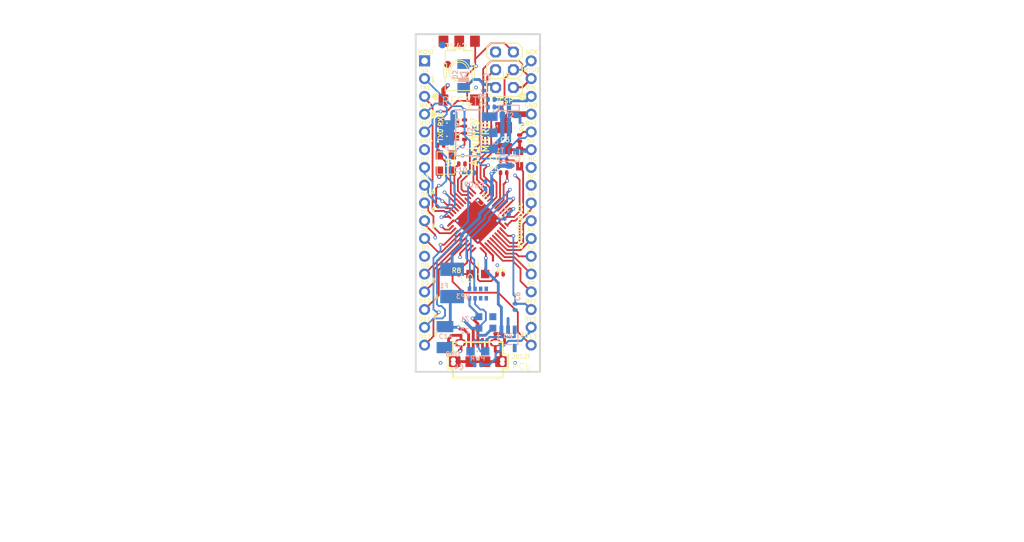
<source format=kicad_pcb>
(kicad_pcb (version 20211014) (generator pcbnew)
  (layers (0 "F.Cu" signal) (1 "In1.Cu" signal) (2 "In2.Cu" signal) (31 "B.Cu" signal) (34 "B.Paste" user) (35 "F.Paste" user) (36 "B.SilkS" user "B.Silkscreen") (37 "F.SilkS" user "F.Silkscreen") (38 "B.Mask" user) (39 "F.Mask" user) (44 "Edge.Cuts" user))
  (net 0 "")
  (net 1 "IO13*")
  (net 2 "D2/SDA")
  (net 3 "D3/SCL")
  (net 4 "RESET")
  (net 5 "D1/TX")
  (net 6 "IO11*")
  (net 7 "IO9*")
  (net 8 "IO10*")
  (net 9 "A3")
  (net 10 "A2")
  (net 11 "A1")
  (net 12 "A0")
  (net 13 "A4")
  (net 14 "A5")
  (net 15 "D4*")
  (net 16 "AREF")
  (net 17 "+5V")
  (net 18 "VIN")
  (net 19 "3V3")
  (net 20 "D0/RX")
  (net 21 "VUSB")
  (net 22 "XTAL2")
  (net 23 "XTAL1")
  (net 24 "N$7")
  (net 25 "GND")
  (net 26 "D-")
  (net 27 "D+")
  (net 28 "RD-")
  (net 29 "RD+")
  (net 30 "TXLED")
  (net 31 "MISO")
  (net 32 "SCK")
  (net 33 "MOSI")
  (net 34 "D6*")
  (net 35 "HWB")
  (net 36 "IO8")
  (net 37 "D7")
  (net 38 "AVCC")
  (net 39 "UCAP")
  (net 40 "RXLED/SS")
  (net 41 "N$2")
  (net 42 "N$4")
  (net 43 "N$3")
  (net 44 "VUSBD")
  (net 45 "D5*")
  (net 46 "IO12*")
  (net 47 "+VIN")
  (footprint "Micro_Rev1j:CHIPLED_0805" (layer "F.Cu") (at 148.5011 115.1636 -90)
    (fp_text reference "L0")
    (fp_text value "green")
  )
  (footprint "Micro_Rev1j:2X03" (layer "F.Cu") (at 152.3111 85.9536 90)
    (fp_text reference "J4")
    (fp_text value "3x2M")
  )
  (footprint "Micro_Rev1j:QFN44ML7X7" (layer "F.Cu") (at 148.5011 107.5436 -135)
    (fp_text reference "U1")
    (fp_text value "ATMEGA32U4-XUMU")
  )
  (footprint "Micro_Rev1j:C0402" (layer "F.Cu") (at 143.1671 96.7486 180)
    (fp_text reference "C13")
    (fp_text value "22pF")
  )
  (footprint "Micro_Rev1j:CHIPLED_0805" (layer "F.Cu") (at 144.1831 93.5736 90)
    (fp_text reference "RX0")
    (fp_text value "yellow")
  )
  (footprint "" (layer "F.Cu") (at 156.1211 127.8636)
    (fp_text reference "@HOLE1" hide)
    (fp_text value "")
  )
  (footprint "Micro_Rev1j:R0402" (layer "F.Cu") (at 146.5961 93.5736 -90)
    (fp_text reference "R7")
    (fp_text value "1K")
  )
  (footprint "Micro_Rev1j:R0402" (layer "F.Cu") (at 154.4701 95.7326 90)
    (fp_text reference "R1")
    (fp_text value "10K")
  )
  (footprint "Micro_Rev1j:C0402" (layer "F.Cu") (at 152.1841 98.9076 180)
    (fp_text reference "C7")
    (fp_text value "1uF")
  )
  (footprint "Micro_Rev1j:R0402" (layer "F.Cu") (at 146.5961 95.4786 90)
    (fp_text reference "R6")
    (fp_text value "1K")
  )
  (footprint "Micro_Rev1j:R0402" (layer "F.Cu") (at 151.6761 115.1636)
    (fp_text reference "R4")
    (fp_text value "10K")
  )
  (footprint "Micro_Rev1j:CON2_USB_MICRO_B_AT" (layer "F.Cu") (at 148.5011 127.6858)
    (fp_text reference "J3" hide)
    (fp_text value "USB-MICRO!!!" hide)
  )
  (footprint "Micro_Rev1j:FRAME" (layer "F.Cu") (at 80.4291 135.4836)
    (fp_text reference "FRAME1" hide)
    (fp_text value "DNP" hide)
  )
  (footprint "Micro_Rev1j:TS42" (layer "F.Cu") (at 145.8341 86.0806 -90)
    (fp_text reference "RESET0")
    (fp_text value "TS42")
  )
  (footprint "Micro_Rev1j:CHIPLED_0805" (layer "F.Cu") (at 144.1831 95.4786 90)
    (fp_text reference "TX0")
    (fp_text value "yellow")
  )
  (footprint "Micro_Rev1j:FIDUCIA-MOUNT" (layer "F.Cu") (at 144.1831 85.1916)
    (fp_text reference "U$37" hide)
    (fp_text value "FIDUCIALMOUNT" hide)
  )
  (footprint "Micro_Rev1j:R0402" (layer "F.Cu") (at 145.3261 115.1636)
    (fp_text reference "R8")
    (fp_text value "1K")
  )
  (footprint "Micro_Rev1j:HEAD17-NOSS-1" (layer "F.Cu") (at 156.1211 84.6836 -90)
    (fp_text reference "J6")
    (fp_text value "HEAD17-NOSS-1")
  )
  (footprint "Micro_Rev1j:C0402" (layer "F.Cu") (at 152.1841 100.6856)
    (fp_text reference "C5")
    (fp_text value "1uF")
  )
  (footprint "Micro_Rev1j:CRYSTAL-3.2-2.5" (layer "F.Cu") (at 143.9291 99.2886 90)
    (fp_text reference "Y3")
    (fp_text value "16MHz KX-7")
  )
  (footprint "Micro_Rev1j:C0402" (layer "F.Cu") (at 146.2151 99.4156 180)
    (fp_text reference "C12")
    (fp_text value "22pF")
  )
  (footprint "Micro_Rev1j:SMC_B" (layer "F.Cu") (at 152.1841 95.7326 90)
    (fp_text reference "C3")
    (fp_text value "22u")
  )
  (footprint "" (layer "F.Cu") (at 156.1211 82.1436)
    (fp_text reference "@HOLE3" hide)
    (fp_text value "")
  )
  (footprint "Micro_Rev1j:HEAD17-NOSS" (layer "F.Cu") (at 140.8811 84.6836 -90)
    (fp_text reference "J5")
    (fp_text value "HEAD17-NOSS")
  )
  (footprint "" (layer "F.Cu") (at 140.8811 127.8636)
    (fp_text reference "@HOLE0" hide)
    (fp_text value "")
  )
  (footprint "Micro_Rev1j:0805" (layer "F.Cu") (at 154.4701 98.6536 -90)
    (fp_text reference "L2")
    (fp_text value "MH2029-300Y")
  )
  (footprint "" (layer "F.Cu") (at 140.8811 82.1436)
    (fp_text reference "@HOLE2" hide)
    (fp_text value "")
  )
  (footprint "Micro_Rev1j:SMC_B" (layer "B.Cu") (at 143.8021 124.1806 -90)
    (fp_text reference "C14")
    (fp_text value "22u")
  )
  (footprint "Micro_Rev1j:C0402" (layer "B.Cu") (at 150.0251 101.9556 180)
    (fp_text reference "C9")
    (fp_text value "100n")
  )
  (footprint "Micro_Rev1j:R0402" (layer "B.Cu") (at 148.5011 124.8156 180)
    (fp_text reference "R5")
    (fp_text value "1K")
  )
  (footprint "Micro_Rev1j:C0402" (layer "B.Cu") (at 149.3901 88.4936 -90)
    (fp_text reference "C2")
    (fp_text value "100n")
  )
  (footprint "Micro_Rev1j:SOT-23" (layer "B.Cu") (at 152.9461 91.4146)
    (fp_text reference "T2")
    (fp_text value "PMV48XP")
  )
  (footprint "Micro_Rev1j:SOT23-DBV" (layer "B.Cu") (at 152.8191 124.4346)
    (fp_text reference "U4")
    (fp_text value "LP2985-33DBVR")
  )
  (footprint "Micro_Rev1j:SOT223" (layer "B.Cu") (at 147.1041 94.9706 -90)
    (fp_text reference "U2")
    (fp_text value "NCP1117-5")
  )
  (footprint "Micro_Rev1j:CAY16" (layer "B.Cu") (at 148.5011 117.9576)
    (fp_text reference "RP3")
    (fp_text value "22R")
  )
  (footprint "Micro_Rev1j:C0402" (layer "B.Cu") (at 153.8351 119.8626 -90)
    (fp_text reference "C6")
    (fp_text value "100n")
  )
  (footprint "Micro_Rev1j:C0402" (layer "B.Cu") (at 152.5651 106.9086 -135)
    (fp_text reference "C11")
    (fp_text value "100n")
  )
  (footprint "Micro_Rev1j:C0402" (layer "B.Cu") (at 150.4061 91.2876 180)
    (fp_text reference "C1")
    (fp_text value "100n")
  )
  (footprint "Micro_Rev1j:R0402" (layer "B.Cu") (at 150.4061 90.1954)
    (fp_text reference "R9")
    (fp_text value "10K")
  )
  (footprint "Micro_Rev1j:SOT-23" (layer "B.Cu") (at 153.0096 98.6536 180)
    (fp_text reference "T1")
    (fp_text value "FDN340P/PMV48XP")
  )
  (footprint "Micro_Rev1j:C0402" (layer "B.Cu") (at 147.5486 100.6856)
    (fp_text reference "C10")
    (fp_text value "100n")
  )
  (footprint "Micro_Rev1j:CT_CN0603" (layer "B.Cu") (at 149.6441 122.9106)
    (fp_text reference "Z2")
    (fp_text value "CG0603MLC-05E")
  )
  (footprint "Micro_Rev1j:C0402" (layer "B.Cu") (at 148.5011 128.1176 180)
    (fp_text reference "C4")
    (fp_text value "1uF")
  )
  (footprint "Micro_Rev1j:CT_CN0603" (layer "B.Cu") (at 149.6441 121.2596)
    (fp_text reference "Z1")
    (fp_text value "CG0603MLC-05E")
  )
  (footprint "Micro_Rev1j:R0402" (layer "B.Cu") (at 150.0251 102.9716)
    (fp_text reference "R2")
    (fp_text value "10K")
  )
  (footprint "Micro_Rev1j:FIDUCIAL-1X2" (layer "B.Cu") (at 143.4211 82.3976 180)
    (fp_text reference "U$53" hide)
    (fp_text value "FIDUCIAL1X2" hide)
  )
  (footprint "Micro_Rev1j:L1812" (layer "B.Cu") (at 144.8181 116.4336 90)
    (fp_text reference "F1")
    (fp_text value "MF-MSMF050-2 500mA")
  )
  (footprint "Micro_Rev1j:CHIPLED_0805" (layer "B.Cu") (at 148.5011 126.2126 -90)
    (fp_text reference "ON0")
    (fp_text value "blue")
  )
  (footprint "Micro_Rev1j:MINIMELF" (layer "B.Cu") (at 146.4691 86.8426 90)
    (fp_text reference "D2")
    (fp_text value "CD1206-S01575")
  )
  (gr_line (start 142.6591 90.2716) (end 141.8971 89.7636) (layer "F.SilkS") (width 0.3048))
  (gr_line (start 141.8971 91.7956) (end 141.8971 92.8116) (layer "F.SilkS") (width 0.3048))
  (gr_line (start 141.8971 91.7956) (end 142.6337 92.3036) (layer "F.SilkS") (width 0.3048))
  (gr_line (start 141.8971 92.8116) (end 142.6337 92.3036) (layer "F.SilkS") (width 0.3048))
  (gr_line (start 142.3543 89.8652) (end 142.3543 89.662) (layer "F.SilkS") (width 0.4064))
  (gr_line (start 142.2019 92.3798) (end 142.2019 92.202) (layer "F.SilkS") (width 0.4064))
  (gr_line (start 142.6591 89.2556) (end 142.6591 90.2716) (layer "F.SilkS") (width 0.3048))
  (gr_circle (center 154.8511 89.7636) (end 155.0307 89.7636) (layer "F.SilkS") (width 0.4064) (fill none))
  (gr_line (start 141.8971 89.7636) (end 142.6591 89.2556) (layer "F.SilkS") (width 0.3048))
  (gr_line (start 139.6111 80.8736) (end 139.6111 129.1336) (layer "Edge.Cuts") (width 0.254))
  (gr_line (start 139.6111 129.1336) (end 157.3911 129.1336) (layer "Edge.Cuts") (width 0.254))
  (gr_line (start 157.3911 129.1336) (end 157.3911 80.8736) (layer "Edge.Cuts") (width 0.254))
  (gr_line (start 157.3911 80.8736) (end 139.6111 80.8736) (layer "Edge.Cuts") (width 0.254))
  (gr_text "PWR" (at 149.6441 127.6096) (layer "B.SilkS") (effects (font (size 0.69088 0.69088) (thickness 0.12192)) (justify left bottom mirror)))
  (gr_text "#" (at 142.0241 121.5136) (layer "F.SilkS") (effects (font (size 0.60452 0.60452) (thickness 0.10668)) (justify left bottom)))
  (gr_text "MOSI" (at 139.8651 83.7946) (layer "F.SilkS") (effects (font (size 0.60452 0.60452) (thickness 0.10668)) (justify left bottom)))
  (gr_text "RST" (at 155.2321 93.9546) (layer "F.SilkS") (effects (font (size 0.60452 0.60452) (thickness 0.10668)) (justify left bottom)))
  (gr_text "D7" (at 140.3731 111.7346) (layer "F.SilkS") (effects (font (size 0.60452 0.60452) (thickness 0.10668)) (justify left bottom)))
  (gr_text "MISO" (at 154.9781 86.3346) (layer "F.SilkS") (effects (font (size 0.60452 0.60452) (thickness 0.10668)) (justify left bottom)))
  (gr_text "1" (at 141.5669 87.7824) (layer "F.SilkS") (effects (font (size 0.8636 0.8636) (thickness 0.1524)) (justify left bottom)))
  (gr_text "#" (at 141.7701 116.4336) (layer "F.SilkS") (effects (font (size 0.60452 0.60452) (thickness 0.10668)) (justify left bottom)))
  (gr_text "SCK" (at 155.2321 83.7946) (layer "F.SilkS") (effects (font (size 0.60452 0.60452) (thickness 0.10668)) (justify left bottom)))
  (gr_text "VIN" (at 155.2321 88.8746) (layer "F.SilkS") (effects (font (size 0.60452 0.60452) (thickness 0.10668)) (justify left bottom)))
  (gr_text "A0" (at 155.4861 116.8146) (layer "F.SilkS") (effects (font (size 0.60452 0.60452) (thickness 0.10668)) (justify left bottom)))
  (gr_text "D12" (at 139.9921 124.4346) (layer "F.SilkS") (effects (font (size 0.60452 0.60452) (thickness 0.10668)) (justify left bottom)))
  (gr_text "TX" (at 146.066231 96.124929 90) (layer "F.SilkS") (effects (font (size 0.69088 0.69088) (thickness 0.12192)) (justify left bottom)))
  (gr_text "RX" (at 146.032243 94.2086 90) (layer "F.SilkS") (effects (font (size 0.69088 0.69088) (thickness 0.12192)) (justify left bottom)))
  (gr_text "MICRO" (at 150.1521 97.8916 90) (layer "F.SilkS") (effects (font (size 0.938784 0.938784) (thickness 0.178816)) (justify left bottom)))
  (gr_text "D9" (at 140.2461 116.8146) (layer "F.SilkS") (effects (font (size 0.60452 0.60452) (thickness 0.10668)) (justify left bottom)))
  (gr_text "A1" (at 155.4861 114.2746) (layer "F.SilkS") (effects (font (size 0.60452 0.60452) (thickness 0.10668)) (justify left bottom)))
  (gr_text "A3" (at 155.4861 109.1946) (layer "F.SilkS") (effects (font (size 0.60452 0.60452) (thickness 0.10668)) (justify left bottom)))
  (gr_text "D8" (at 140.2461 114.2746) (layer "F.SilkS") (effects (font (size 0.60452 0.60452) (thickness 0.10668)) (justify left bottom)))
  (gr_text "SS" (at 140.2461 86.3346) (layer "F.SilkS") (effects (font (size 0.60452 0.60452) (thickness 0.10668)) (justify left bottom)))
  (gr_text "D11" (at 139.9921 121.8946) (layer "F.SilkS") (effects (font (size 0.60452 0.60452) (thickness 0.10668)) (justify left bottom)))
  (gr_text "D3" (at 140.2461 101.7016) (layer "F.SilkS") (effects (font (size 0.60452 0.60452) (thickness 0.10668)) (justify left bottom)))
  (gr_text "RST" (at 140.1191 93.9546) (layer "F.SilkS") (effects (font (size 0.60452 0.60452) (thickness 0.10668)) (justify left bottom)))
  (gr_text "A5" (at 155.4861 104.1146) (layer "F.SilkS") (effects (font (size 0.60452 0.60452) (thickness 0.10668)) (justify left bottom)))
  (gr_text "ICSP" (at 151.1173 90.7796) (layer "F.SilkS") (effects (font (size 0.69088 0.69088) (thickness 0.12192)) (justify left bottom)))
  (gr_text "#" (at 141.7701 106.2736) (layer "F.SilkS") (effects (font (size 0.60452 0.60452) (thickness 0.10668)) (justify left bottom)))
  (gr_text "#" (at 141.7701 108.6866) (layer "F.SilkS") (effects (font (size 0.60452 0.60452) (thickness 0.10668)) (justify left bottom)))
  (gr_text "#" (at 142.1511 124.0536) (layer "F.SilkS") (effects (font (size 0.60452 0.60452) (thickness 0.10668)) (justify left bottom)))
  (gr_text "arduino.cc" (at 154.9781 111.7346 90) (layer "F.SilkS") (effects (font (size 0.8636 0.8636) (thickness 0.1524)) (justify left bottom)))
  (gr_text "D10" (at 139.9921 119.3546) (layer "F.SilkS") (effects (font (size 0.60452 0.60452) (thickness 0.10668)) (justify left bottom)))
  (gr_text "5V" (at 155.4861 96.4946) (layer "F.SilkS") (effects (font (size 0.60452 0.60452) (thickness 0.10668)) (justify left bottom)))
  (gr_text "NC" (at 155.6131 99.0346) (layer "F.SilkS") (effects (font (size 0.60452 0.60452) (thickness 0.10668)) (justify left bottom)))
  (gr_text "TX1" (at 140.1191 88.8746) (layer "F.SilkS") (effects (font (size 0.60452 0.60452) (thickness 0.10668)) (justify left bottom)))
  (gr_text "#" (at 141.7701 103.7336) (layer "F.SilkS") (effects (font (size 0.60452 0.60452) (thickness 0.10668)) (justify left bottom)))
  (gr_text "D6" (at 140.2461 109.1946) (layer "F.SilkS") (effects (font (size 0.60452 0.60452) (thickness 0.10668)) (justify left bottom)))
  (gr_text "A4" (at 155.3591 106.6546) (layer "F.SilkS") (effects (font (size 0.60452 0.60452) (thickness 0.10668)) (justify left bottom)))
  (gr_text "#" (at 154.4701 124.1806) (layer "F.SilkS") (effects (font (size 0.60452 0.60452) (thickness 0.10668)) (justify left bottom)))
  (gr_text "TM" (at 147.7391 91.6686 90) (layer "F.SilkS") (effects (font (size 0.48768 0.48768) (thickness 0.12192)) (justify left bottom)))
  (gr_text "D4" (at 140.2461 104.1146) (layer "F.SilkS") (effects (font (size 0.60452 0.60452) (thickness 0.10668)) (justify left bottom)))
  (gr_text "3V3" (at 155.1051 122.0216) (layer "F.SilkS") (effects (font (size 0.60452 0.60452) (thickness 0.10668)) (justify left bottom)))
  (gr_text "GND" (at 155.1051 91.4146) (layer "F.SilkS") (effects (font (size 0.60452 0.60452) (thickness 0.10668)) (justify left bottom)))
  (gr_text "Arduino" (at 148.7551 99.9236 90) (layer "F.SilkS") (effects (font (size 1.20904 1.20904) (thickness 0.21336)) (justify left bottom)))
  (gr_text "RX1" (at 140.1191 91.4146) (layer "F.SilkS") (effects (font (size 0.60452 0.60452) (thickness 0.10668)) (justify left bottom)))
  (gr_text "NC" (at 155.4861 101.5746) (layer "F.SilkS") (effects (font (size 0.60452 0.60452) (thickness 0.10668)) (justify left bottom)))
  (gr_text "#" (at 142.1511 118.8466) (layer "F.SilkS") (effects (font (size 0.60452 0.60452) (thickness 0.10668)) (justify left bottom)))
  (gr_text "REF" (at 155.2321 119.4816) (layer "F.SilkS") (effects (font (size 0.60452 0.60452) (thickness 0.10668)) (justify left bottom)))
  (gr_text "GND" (at 140.1191 96.4946) (layer "F.SilkS") (effects (font (size 0.60452 0.60452) (thickness 0.10668)) (justify left bottom)))
  (gr_text "L" (at 148.2471 114.2746) (layer "F.SilkS") (effects (font (size 0.8636 0.8636) (thickness 0.1524)) (justify left bottom)))
  (gr_text "2012f" (at 153.2255 127.3048) (layer "F.SilkS") (effects (font (size 0.60452 0.60452) (thickness 0.10668)) (justify left bottom)))
  (gr_text "A2" (at 155.4861 111.7346) (layer "F.SilkS") (effects (font (size 0.60452 0.60452) (thickness 0.10668)) (justify left bottom)))
  (gr_text "D5" (at 140.2461 106.6546) (layer "F.SilkS") (effects (font (size 0.60452 0.60452) (thickness 0.10668)) (justify left bottom)))
  (gr_text "D13" (at 155.1051 124.4346) (layer "F.SilkS") (effects (font (size 0.60452 0.60452) (thickness 0.10668)) (justify left bottom)))
  (gr_text "D2" (at 140.2461 99.1616) (layer "F.SilkS") (effects (font (size 0.60452 0.60452) (thickness 0.10668)) (justify left bottom)))
  (segment (start 144.8816 114.5921) (end 145.1991 114.2746) (width 0.254) (layer "F.Cu") (net 1))
  (segment (start 154.2161 123.4186) (end 154.2161 120.6246) (width 0.254) (layer "F.Cu") (net 1))
  (segment (start 146.9771 113.5126) (end 146.9771 111.896) (width 0.254) (layer "F.Cu") (net 1))
  (segment (start 144.8816 115.1636) (end 144.8816 114.5921) (width 0.254) (layer "F.Cu") (net 1))
  (segment (start 144.8816 115.1636) (end 144.8816 116.2431) (width 0.254) (layer "F.Cu") (net 1))
  (segment (start 146.9771 111.896) (end 147.599537 111.273591) (width 0.254) (layer "F.Cu") (net 1))
  (segment (start 154.2161 120.6246) (end 151.4221 117.8306) (width 0.254) (layer "F.Cu") (net 1))
  (segment (start 151.4221 117.8306) (end 146.4691 117.8306) (width 0.254) (layer "F.Cu") (net 1))
  (segment (start 146.0881 114.2746) (end 146.9771 113.5126) (width 0.254) (layer "F.Cu") (net 1))
  (segment (start 156.1211 125.3236) (end 154.2161 123.4186) (width 0.254) (layer "F.Cu") (net 1))
  (segment (start 145.1991 114.2746) (end 146.0881 114.2746) (width 0.254) (layer "F.Cu") (net 1))
  (segment (start 146.4691 117.8306) (end 144.8816 116.2431) (width 0.254) (layer "F.Cu") (net 1))
  (segment (start 144.8008 105.2576) (end 145.478215 105.934935) (width 0.254) (layer "F.Cu") (net 2))
  (segment (start 143.5481 104.7496) (end 144.0561 105.2576) (width 0.254) (layer "F.Cu") (net 2))
  (segment (start 144.0561 105.2576) (end 144.8008 105.2576) (width 0.254) (layer "F.Cu") (net 2))
  (segment (start 143.4211 104.7496) (end 143.5481 104.7496) (width 0.254) (layer "F.Cu") (net 2))
  (via (at 143.4211 104.7496) (size 0.5032) (drill 0.3) (layers "F.Cu" "B.Cu") (net 2))
  (segment (start 142.0241 103.6066) (end 142.0241 101.9556) (width 0.254) (layer "B.Cu") (net 2))
  (segment (start 143.0401 104.3686) (end 143.4211 104.7496) (width 0.254) (layer "B.Cu") (net 2))
  (segment (start 140.8811 100.8126) (end 140.8811 99.9236) (width 0.254) (layer "B.Cu") (net 2))
  (segment (start 142.0241 101.9556) (end 140.8811 100.8126) (width 0.254) (layer "B.Cu") (net 2))
  (segment (start 142.7861 104.3686) (end 142.0241 103.6066) (width 0.254) (layer "B.Cu") (net 2))
  (segment (start 142.7861 104.3686) (end 143.0401 104.3686) (width 0.254) (layer "B.Cu") (net 2))
  (segment (start 143.7386 103.4796) (end 145.0086 104.7496) (width 0.254) (layer "F.Cu") (net 3))
  (segment (start 145.0086 104.7496) (end 144.9999 104.7496) (width 0.254) (layer "F.Cu") (net 3))
  (segment (start 144.9999 104.7496) (end 145.831771 105.581382) (width 0.254) (layer "F.Cu") (net 3))
  (via (at 143.7386 103.4796) (size 0.5032) (drill 0.3) (layers "F.Cu" "B.Cu") (net 3))
  (segment (start 144.0561 105.6386) (end 144.4371 105.2576) (width 0.254) (layer "B.Cu") (net 3))
  (segment (start 142.2781 104.8766) (end 143.0401 105.6386) (width 0.254) (layer "B.Cu") (net 3))
  (segment (start 141.3891 102.9716) (end 140.8811 102.4636) (width 0.254) (layer "B.Cu") (net 3))
  (segment (start 141.3891 103.7971) (end 142.2781 104.6861) (width 0.254) (layer "B.Cu") (net 3))
  (segment (start 144.4371 105.2576) (end 144.4371 104.1781) (width 0.254) (layer "B.Cu") (net 3))
  (segment (start 143.0401 105.6386) (end 144.0561 105.6386) (width 0.254) (layer "B.Cu") (net 3))
  (segment (start 141.3891 103.7971) (end 141.3891 102.9716) (width 0.254) (layer "B.Cu") (net 3))
  (segment (start 144.4371 104.1781) (end 143.7386 103.4796) (width 0.254) (layer "B.Cu") (net 3))
  (segment (start 142.2781 104.6861) (end 142.2781 104.8766) (width 0.254) (layer "B.Cu") (net 3))
  (segment (start 154.559 95.2881) (end 155.0035 94.8436) (width 0.254) (layer "F.Cu") (net 4))
  (segment (start 146.9771 86.7156) (end 148.2471 85.4456) (width 0.254) (layer "F.Cu") (net 4))
  (segment (start 148.0841 90.3626) (end 148.1201 90.3986) (width 0.254) (layer "F.Cu") (net 4))
  (segment (start 147.599537 103.813613) (end 147.1384 103.3526) (width 0.254) (layer "F.Cu") (net 4))
  (segment (start 147.8301 90.0266) (end 148.0841 90.2806) (width 0.254) (layer "F.Cu") (net 4))
  (segment (start 146.9771 90.3986) (end 148.1201 90.3986) (width 0.254) (layer "F.Cu") (net 4))
  (segment (start 148.0841 90.2806) (end 148.0841 90.2356) (width 0.254) (layer "F.Cu") (net 4))
  (segment (start 148.1201 81.9166) (end 148.0841 81.8806) (width 0.254) (layer "F.Cu") (net 4))
  (segment (start 148.1201 85.4456) (end 148.1201 85.3186) (width 0.254) (layer "F.Cu") (net 4))
  (segment (start 152.3111 82.1436) (end 153.5811 83.4136) (width 0.254) (layer "F.Cu") (net 4))
  (segment (start 148.1201 84.4296) (end 150.4061 82.1436) (width 0.254) (layer "F.Cu") (net 4))
  (segment (start 155.0035 94.8436) (end 156.1211 94.8436) (width 0.254) (layer "F.Cu") (net 4))
  (segment (start 147.3581 100.6856) (end 147.3581 98.0186) (width 0.254) (layer "F.Cu") (net 4))
  (segment (start 148.0566 90.3081) (end 148.0841 90.2806) (width 0.254) (layer "F.Cu") (net 4))
  (segment (start 144.0561 91.9226) (end 143.1671 91.9226) (width 0.254) (layer "F.Cu") (net 4))
  (segment (start 147.1384 103.3526) (end 146.4691 103.3526) (width 0.254) (layer "F.Cu") (net 4))
  (segment (start 148.2471 90.3986) (end 148.1201 90.3986) (width 0.254) (layer "F.Cu") (net 4))
  (segment (start 148.7551 96.6216) (end 148.2471 97.1296) (width 0.254) (layer "F.Cu") (net 4))
  (segment (start 148.1201 90.3166) (end 148.0841 90.2806) (width 0.254) (layer "F.Cu") (net 4))
  (segment (start 147.9931 90.2716) (end 148.1201 90.2716) (width 0.254) (layer "F.Cu") (net 4))
  (segment (start 146.9771 90.3986) (end 146.9771 86.7156) (width 0.254) (layer "F.Cu") (net 4))
  (segment (start 147.9931 90.2806) (end 148.1201 90.4076) (width 0.254) (layer "F.Cu") (net 4))
  (segment (start 154.5082 95.2881) (end 154.4701 95.2881) (width 0.3048) (layer "F.Cu") (net 4))
  (segment (start 148.1201 84.4296) (end 148.1201 81.9166) (width 0.254) (layer "F.Cu") (net 4))
  (segment (start 147.3581 98.0186) (end 148.2471 97.1296) (width 0.254) (layer "F.Cu") (net 4))
  (segment (start 148.0566 90.2081) (end 148.0841 90.3626) (width 0.254) (layer "F.Cu") (net 4))
  (segment (start 150.4061 82.1436) (end 152.3111 82.1436) (width 0.254) (layer "F.Cu") (net 4))
  (segment (start 148.2471 85.4456) (end 148.1201 85.3186) (width 0.254) (layer "F.Cu") (net 4))
  (segment (start 148.0841 90.3626) (end 148.0841 90.2806) (width 0.254) (layer "F.Cu") (net 4))
  (segment (start 148.7551 90.9516) (end 148.0841 90.2806) (width 0.254) (layer "F.Cu") (net 4))
  (segment (start 145.5711 90.4076) (end 148.1201 90.4076) (width 0.254) (layer "F.Cu") (net 4))
  (segment (start 148.7551 96.6216) (end 148.7551 90.9516) (width 0.254) (layer "F.Cu") (net 4))
  (segment (start 145.5711 90.4076) (end 144.0561 91.9226) (width 0.254) (layer "F.Cu") (net 4))
  (segment (start 147.9931 90.2716) (end 147.9931 90.2806) (width 0.254) (layer "F.Cu") (net 4))
  (segment (start 146.1516 103.0351) (end 146.1516 101.8921) (width 0.254) (layer "F.Cu") (net 4))
  (segment (start 148.0841 90.2806) (end 148.2471 90.2806) (width 0.254) (layer "F.Cu") (net 4))
  (segment (start 148.1201 90.2716) (end 148.0841 90.2356) (width 0.254) (layer "F.Cu") (net 4))
  (segment (start 148.2471 85.4456) (end 148.1201 85.4456) (width 0.254) (layer "F.Cu") (net 4))
  (segment (start 148.1201 90.3986) (end 148.1201 90.2716) (width 0.254) (layer "F.Cu") (net 4))
  (segment (start 148.1201 85.3186) (end 148.1201 84.4296) (width 0.254) (layer "F.Cu") (net 4))
  (segment (start 146.1516 101.8921) (end 147.3581 100.6856) (width 0.254) (layer "F.Cu") (net 4))
  (segment (start 148.2471 90.2806) (end 148.2471 90.3986) (width 0.254) (layer "F.Cu") (net 4))
  (segment (start 146.4691 103.3526) (end 146.1516 103.0351) (width 0.254) (layer "F.Cu") (net 4))
  (segment (start 148.0566 90.3081) (end 148.0566 90.2081) (width 0.254) (layer "F.Cu") (net 4))
  (segment (start 154.5082 95.2881) (end 154.559 95.2881) (width 0.254) (layer "F.Cu") (net 4))
  (via (at 143.1671 91.9226) (size 0.5032) (drill 0.3) (layers "F.Cu" "B.Cu") (net 4))
  (via (at 148.2471 97.1296) (size 0.5032) (drill 0.3) (layers "F.Cu" "B.Cu") (net 4))
  (via (at 148.2471 85.4456) (size 0.5032) (drill 0.3) (layers "F.Cu" "B.Cu") (net 4))
  (segment (start 146.4691 85.1426) (end 146.4691 85.0646) (width 0.254) (layer "B.Cu") (net 4))
  (segment (start 154.4066 95.7326) (end 152.9461 97.2566) (width 0.254) (layer "B.Cu") (net 4))
  (segment (start 148.2217 97.7392) (end 148.2217 97.282) (width 0.254) (layer "B.Cu") (net 4))
  (segment (start 142.0241 93.7006) (end 140.8811 94.8436) (width 0.254) (layer "B.Cu") (net 4))
  (segment (start 152.9461 98.1456) (end 152.4381 98.6536) (width 0.254) (layer "B.Cu") (net 4))
  (segment (start 142.0241 92.5576) (end 142.0241 93.7006) (width 0.254) (layer "B.Cu") (net 4))
  (segment (start 155.2321 95.7326) (end 156.1211 94.8436) (width 0.254) (layer "B.Cu") (net 4))
  (segment (start 149.1361 98.6536) (end 152.4381 98.6536) (width 0.254) (layer "B.Cu") (net 4))
  (segment (start 143.1671 91.9226) (end 142.6591 91.9226) (width 0.254) (layer "B.Cu") (net 4))
  (segment (start 152.9461 97.2566) (end 152.9461 98.1456) (width 0.254) (layer "B.Cu") (net 4))
  (segment (start 155.2321 95.7326) (end 154.4066 95.7326) (width 0.254) (layer "B.Cu") (net 4))
  (segment (start 146.4691 85.4456) (end 146.4691 85.1426) (width 0.254) (layer "B.Cu") (net 4))
  (segment (start 142.6591 91.9226) (end 142.0241 92.5576) (width 0.254) (layer "B.Cu") (net 4))
  (segment (start 148.2217 97.282) (end 148.2471 97.1296) (width 0.254) (layer "B.Cu") (net 4))
  (segment (start 148.2217 97.7392) (end 149.1361 98.6536) (width 0.254) (layer "B.Cu") (net 4))
  (segment (start 148.2471 85.4456) (end 146.4691 85.4456) (width 0.254) (layer "B.Cu") (net 4))
  (segment (start 140.8811 90.0176) (end 140.8811 89.7636) (width 0.254) (layer "F.Cu") (net 5))
  (segment (start 142.3416 106.1466) (end 143.6751 106.1466) (width 0.254) (layer "F.Cu") (net 5))
  (segment (start 143.6751 106.1466) (end 143.8021 106.2736) (width 0.254) (layer "F.Cu") (net 5))
  (segment (start 142.0241 91.1606) (end 140.8811 90.0176) (width 0.254) (layer "F.Cu") (net 5))
  (segment (start 142.0241 105.8291) (end 142.0241 91.1606) (width 0.254) (layer "F.Cu") (net 5))
  (segment (start 142.0241 105.8291) (end 142.3416 106.1466) (width 0.254) (layer "F.Cu") (net 5))
  (segment (start 143.8021 106.2736) (end 144.4026 106.2736) (width 0.254) (layer "F.Cu") (net 5))
  (segment (start 144.4026 106.2736) (end 144.771109 106.642041) (width 0.254) (layer "F.Cu") (net 5))
  (segment (start 147.1041 102.4001) (end 147.1041 102.6112) (width 0.254) (layer "F.Cu") (net 6))
  (segment (start 147.1041 102.6112) (end 147.95309 103.46006) (width 0.254) (layer "F.Cu") (net 6))
  (via (at 147.1041 102.4001) (size 0.5032) (drill 0.3) (layers "F.Cu" "B.Cu") (net 6))
  (segment (start 145.3261 109.4486) (end 147.1041 107.6706) (width 0.254) (layer "B.Cu") (net 6))
  (segment (start 143.8021 120.2436) (end 143.2941 119.7356) (width 0.254) (layer "B.Cu") (net 6))
  (segment (start 147.1041 107.6706) (end 147.1041 102.4001) (width 0.254) (layer "B.Cu") (net 6))
  (segment (start 145.3261 110.5916) (end 145.3261 109.4486) (width 0.254) (layer "B.Cu") (net 6))
  (segment (start 142.9131 119.7356) (end 142.6591 119.4816) (width 0.254) (layer "B.Cu") (net 6))
  (segment (start 143.8021 121.1326) (end 143.8021 120.2436) (width 0.254) (layer "B.Cu") (net 6))
  (segment (start 143.2941 119.7356) (end 142.9131 119.7356) (width 0.254) (layer "B.Cu") (net 6))
  (segment (start 142.6591 119.4816) (end 142.6591 113.2586) (width 0.254) (layer "B.Cu") (net 6))
  (segment (start 143.4211 121.5136) (end 143.8021 121.1326) (width 0.254) (layer "B.Cu") (net 6))
  (segment (start 142.1511 121.5136) (end 143.4211 121.5136) (width 0.254) (layer "B.Cu") (net 6))
  (segment (start 142.6591 113.2586) (end 145.3261 110.5916) (width 0.254) (layer "B.Cu") (net 6))
  (segment (start 140.8811 122.7836) (end 142.1511 121.5136) (width 0.254) (layer "B.Cu") (net 6))
  (segment (start 142.2781 116.3066) (end 142.2781 114.4737) (width 0.254) (layer "F.Cu") (net 7))
  (segment (start 140.8811 117.7036) (end 142.2781 116.3066) (width 0.254) (layer "F.Cu") (net 7))
  (segment (start 142.2781 114.4737) (end 146.538878 110.212929) (width 0.254) (layer "F.Cu") (net 7))
  (segment (start 140.8811 120.2436) (end 142.9131 118.2116) (width 0.254) (layer "F.Cu") (net 8))
  (segment (start 142.9131 114.5458) (end 146.892431 110.566485) (width 0.254) (layer "F.Cu") (net 8))
  (segment (start 142.9131 118.2116) (end 142.9131 114.5458) (width 0.254) (layer "F.Cu") (net 8))
  (segment (start 154.5971 111.7346) (end 155.8671 110.4646) (width 0.254) (layer "F.Cu") (net 9))
  (segment (start 150.816871 109.859375) (end 152.692 111.7346) (width 0.254) (layer "F.Cu") (net 9))
  (segment (start 152.692 111.7346) (end 154.5971 111.7346) (width 0.254) (layer "F.Cu") (net 9))
  (segment (start 155.8671 110.4646) (end 156.1211 110.0836) (width 0.254) (layer "F.Cu") (net 9))
  (segment (start 150.463318 110.212929) (end 152.4929 112.2426) (width 0.254) (layer "F.Cu") (net 10))
  (segment (start 152.4929 112.2426) (end 153.9621 112.2426) (width 0.254) (layer "F.Cu") (net 10))
  (segment (start 152.4929 112.2426) (end 152.4929 112.2466) (width 0.254) (layer "F.Cu") (net 10))
  (segment (start 153.9621 112.2426) (end 154.3431 112.6236) (width 0.254) (layer "F.Cu") (net 10))
  (segment (start 154.3431 112.6236) (end 156.1211 112.6236) (width 0.254) (layer "F.Cu") (net 10))
  (segment (start 152.3111 112.7506) (end 150.109765 110.566485) (width 0.254) (layer "F.Cu") (net 11))
  (segment (start 153.7081 112.7506) (end 152.3111 112.7506) (width 0.254) (layer "F.Cu") (net 11))
  (segment (start 153.7081 112.7506) (end 156.1211 115.1636) (width 0.254) (layer "F.Cu") (net 11))
  (segment (start 152.0571 113.2586) (end 149.756212 110.920038) (width 0.254) (layer "F.Cu") (net 12))
  (segment (start 153.4541 113.2586) (end 154.5971 114.4016) (width 0.254) (layer "F.Cu") (net 12))
  (segment (start 153.4541 113.2586) (end 152.0571 113.2586) (width 0.254) (layer "F.Cu") (net 12))
  (segment (start 154.5971 114.4016) (end 154.5971 116.1796) (width 0.254) (layer "F.Cu") (net 12))
  (segment (start 156.1211 117.7036) (end 154.5971 116.1796) (width 0.254) (layer "F.Cu") (net 12))
  (segment (start 154.9781 108.0516) (end 155.4861 107.5436) (width 0.254) (layer "F.Cu") (net 13))
  (segment (start 152.8911 111.2266) (end 154.3431 111.2266) (width 0.254) (layer "F.Cu") (net 13))
  (segment (start 155.4861 107.5436) (end 156.1211 107.5436) (width 0.254) (layer "F.Cu") (net 13))
  (segment (start 154.9781 110.5916) (end 154.9781 108.0516) (width 0.254) (layer "F.Cu") (net 13))
  (segment (start 151.170425 109.505822) (end 152.8911 111.2266) (width 0.254) (layer "F.Cu") (net 13))
  (segment (start 154.3431 111.2266) (end 154.9781 110.5916) (width 0.254) (layer "F.Cu") (net 13))
  (segment (start 154.0891 110.7186) (end 154.4701 110.3376) (width 0.254) (layer "F.Cu") (net 14))
  (segment (start 154.4701 110.3376) (end 154.4701 107.5944) (width 0.254) (layer "F.Cu") (net 14))
  (segment (start 154.4701 107.5944) (end 156.1211 105.9434) (width 0.254) (layer "F.Cu") (net 14))
  (segment (start 156.1211 105.9434) (end 156.1211 105.0036) (width 0.254) (layer "F.Cu") (net 14))
  (segment (start 151.523981 109.152269) (end 153.0902 110.7186) (width 0.254) (layer "F.Cu") (net 14))
  (segment (start 153.0902 110.7186) (end 154.0891 110.7186) (width 0.254) (layer "F.Cu") (net 14))
  (segment (start 142.1511 106.9086) (end 142.1511 108.4326) (width 0.254) (layer "F.Cu") (net 15))
  (segment (start 143.0401 109.3216) (end 142.1511 108.4326) (width 0.254) (layer "F.Cu") (net 15))
  (segment (start 141.3891 105.5116) (end 141.3891 106.1466) (width 0.254) (layer "F.Cu") (net 15))
  (segment (start 141.3891 106.1466) (end 142.1511 106.9086) (width 0.254) (layer "F.Cu") (net 15))
  (segment (start 143.0401 109.3216) (end 144.6018 109.3216) (width 0.254) (layer "F.Cu") (net 15))
  (segment (start 144.6018 109.3216) (end 145.124662 108.798716) (width 0.254) (layer "F.Cu") (net 15))
  (segment (start 140.8811 105.0036) (end 141.3891 105.5116) (width 0.254) (layer "F.Cu") (net 15))
  (segment (start 152.7813 109.7026) (end 151.877534 108.798716) (width 0.254) (layer "F.Cu") (net 16))
  (segment (start 153.5811 109.7026) (end 152.7813 109.7026) (width 0.254) (layer "F.Cu") (net 16))
  (via (at 153.5811 109.7026) (size 0.5032) (drill 0.3) (layers "F.Cu" "B.Cu") (net 16))
  (segment (start 153.5811 118.1481) (end 153.5811 109.7026) (width 0.254) (layer "B.Cu") (net 16))
  (segment (start 155.2956 119.4181) (end 156.1211 120.2436) (width 0.3048) (layer "B.Cu") (net 16))
  (segment (start 153.8351 118.4021) (end 153.5811 118.1481) (width 0.254) (layer "B.Cu") (net 16))
  (segment (start 153.8351 119.4181) (end 155.2956 119.4181) (width 0.3048) (layer "B.Cu") (net 16))
  (segment (start 153.8351 119.4181) (end 153.8351 118.4021) (width 0.254) (layer "B.Cu") (net 16))
  (segment (start 145.6436 101.6381) (end 146.0881 101.1936) (width 0.254) (layer "F.Cu") (net 17))
  (segment (start 149.6441 112.2222) (end 149.049106 111.627144) (width 0.254) (layer "F.Cu") (net 17))
  (segment (start 152.1841 97.3836) (end 152.1841 97.2326) (width 0.4064) (layer "F.Cu") (net 17))
  (segment (start 149.6441 112.8776) (end 149.6441 112.2222) (width 0.254) (layer "F.Cu") (net 17))
  (segment (start 146.0881 101.1936) (end 146.0881 100.6856) (width 0.254) (layer "F.Cu") (net 17))
  (segment (start 153.0731 105.8) (end 153.5811 105.8291) (width 0.254) (layer "F.Cu") (net 17))
  (segment (start 143.2941 108.3056) (end 143.8021 108.8136) (width 0.254) (layer "F.Cu") (net 17))
  (segment (start 146.2151 103.8606) (end 146.9771 103.8606) (width 0.254) (layer "F.Cu") (net 17))
  (segment (start 152.231087 106.642041) (end 153.0731 105.8) (width 0.254) (layer "F.Cu") (net 17))
  (segment (start 154.4701 96.1771) (end 154.4701 97.5536) (width 0.4064) (layer "F.Cu") (net 17))
  (segment (start 145.6436 103.2891) (end 145.6436 101.6381) (width 0.254) (layer "F.Cu") (net 17))
  (segment (start 143.8021 108.8136) (end 144.4027 108.8136) (width 0.254) (layer "F.Cu") (net 17))
  (segment (start 144.4027 108.8136) (end 144.771109 108.445163) (width 0.254) (layer "F.Cu") (net 17))
  (segment (start 154.3431 97.3836) (end 156.1211 97.3836) (width 0.4064) (layer "F.Cu") (net 17))
  (segment (start 154.3431 97.5536) (end 154.3431 97.3836) (width 0.4064) (layer "F.Cu") (net 17))
  (segment (start 146.9771 103.8606) (end 147.245984 104.167166) (width 0.254) (layer "F.Cu") (net 17))
  (segment (start 146.2151 103.8606) (end 145.6436 103.2891) (width 0.254) (layer "F.Cu") (net 17))
  (segment (start 154.4701 97.5536) (end 154.3431 97.5536) (width 0.4064) (layer "F.Cu") (net 17))
  (segment (start 154.3431 97.3836) (end 152.1841 97.3836) (width 0.4064) (layer "F.Cu") (net 17))
  (via (at 145.0721 92.1766) (size 0.5032) (drill 0.3) (layers "F.Cu" "B.Cu") (net 17))
  (via (at 147.9963 94.074794) (size 0.5032) (drill 0.3) (layers "F.Cu" "B.Cu") (net 17))
  (via (at 147.983371 94.769635) (size 0.5032) (drill 0.3) (layers "F.Cu" "B.Cu") (net 17))
  (via (at 149.6441 112.8776) (size 0.5032) (drill 0.3) (layers "F.Cu" "B.Cu") (net 17))
  (via (at 146.0881 100.6856) (size 0.5032) (drill 0.3) (layers "F.Cu" "B.Cu") (net 17))
  (via (at 153.5811 105.8291) (size 0.5032) (drill 0.3) (layers "F.Cu" "B.Cu") (net 17))
  (via (at 154.7876 93.7641) (size 0.5032) (drill 0.3) (layers "F.Cu" "B.Cu") (net 17))
  (via (at 143.2941 108.3056) (size 0.5032) (drill 0.3) (layers "F.Cu" "B.Cu") (net 17))
  (segment (start 147.1041 100.6856) (end 147.2946 100.6856) (width 0.4064) (layer "B.Cu") (net 17))
  (segment (start 151.8691 123.1346) (end 151.8691 124.1806) (width 0.3048) (layer "B.Cu") (net 17))
  (segment (start 153.0248 106.3854) (end 152.879409 106.594294) (width 0.4064) (layer "B.Cu") (net 17))
  (segment (start 151.8691 124.1806) (end 150.1521 124.1806) (width 0.3048) (layer "B.Cu") (net 17))
  (segment (start 150.1521 124.1806) (end 149.5171 124.8156) (width 0.3048) (layer "B.Cu") (net 17))
  (segment (start 155.8671 97.6376) (end 156.1211 97.3836) (width 0.4064) (layer "B.Cu") (net 17))
  (segment (start 153.9494 97.6376) (end 155.8671 97.6376) (width 0.4064) (layer "B.Cu") (net 17))
  (segment (start 150.2029 94.9706) (end 147.9963 94.9706) (width 0.6096) (layer "B.Cu") (net 17))
  (segment (start 154.5336 93.5101) (end 154.7876 93.7641) (width 0.4064) (layer "B.Cu") (net 17))
  (segment (start 147.9963 94.9706) (end 147.9963 94.074794) (width 0.6096) (layer "B.Cu") (net 17))
  (segment (start 151.4221 116.4336) (end 149.6441 114.6556) (width 0.4064) (layer "B.Cu") (net 17))
  (segment (start 148.6916 87.3506) (end 149.3901 88.0491) (width 0.4064) (layer "B.Cu") (net 17))
  (segment (start 153.9367 92.4306) (end 154.5336 92.4687) (width 0.4064) (layer "B.Cu") (net 17))
  (segment (start 145.0721 92.1766) (end 145.0721 93.9036) (width 1.016) (layer "B.Cu") (net 17))
  (segment (start 150.5966 88.0491) (end 151.0411 88.4936) (width 0.4064) (layer "B.Cu") (net 17))
  (segment (start 153.7691 124.1806) (end 151.8691 124.1806) (width 0.3048) (layer "B.Cu") (net 17))
  (segment (start 146.0881 100.6856) (end 147.1041 100.6856) (width 0.4064) (layer "B.Cu") (net 17))
  (segment (start 146.4691 88.5426) (end 146.6741 88.5426) (width 0.4064) (layer "B.Cu") (net 17))
  (segment (start 153.7691 123.1346) (end 153.7691 124.1806) (width 0.3048) (layer "B.Cu") (net 17))
  (segment (start 153.5811 105.8291) (end 153.0248 106.3854) (width 0.4064) (layer "B.Cu") (net 17))
  (segment (start 146.6741 88.5426) (end 147.8661 87.3506) (width 0.4064) (layer "B.Cu") (net 17))
  (segment (start 149.3901 88.0491) (end 150.5966 88.0491) (width 0.4064) (layer "B.Cu") (net 17))
  (segment (start 149.6441 114.6556) (end 149.6441 112.8776) (width 0.4064) (layer "B.Cu") (net 17))
  (segment (start 149.5171 124.8156) (end 148.9456 124.8156) (width 0.3048) (layer "B.Cu") (net 17))
  (segment (start 154.5336 92.4687) (end 154.5336 93.5101) (width 0.4064) (layer "B.Cu") (net 17))
  (segment (start 151.8691 123.1346) (end 151.8691 119.9286) (width 0.4064) (layer "B.Cu") (net 17))
  (segment (start 145.0721 93.9036) (end 144.0051 94.9706) (width 1.016) (layer "B.Cu") (net 17))
  (segment (start 151.8691 119.9286) (end 151.4221 119.4816) (width 0.4064) (layer "B.Cu") (net 17))
  (segment (start 151.4221 119.4816) (end 151.4221 116.4336) (width 0.4064) (layer "B.Cu") (net 17))
  (segment (start 147.8661 87.3506) (end 148.6916 87.3506) (width 0.4064) (layer "B.Cu") (net 17))
  (segment (start 155.4861 90.3986) (end 156.1211 89.7636) (width 0.4064) (layer "B.Cu") (net 18))
  (segment (start 152.019 97.6376) (end 152.019 97.0407) (width 0.6096) (layer "B.Cu") (net 18))
  (segment (start 152.019 97.0407) (end 152.9461 96.1136) (width 0.6096) (layer "B.Cu") (net 18))
  (segment (start 150.8506 90.1954) (end 152.5143 90.1954) (width 0.4064) (layer "B.Cu") (net 18))
  (segment (start 152.9461 96.1136) (end 152.9461 90.932) (width 0.6096) (layer "B.Cu") (net 18))
  (segment (start 152.9461 90.932) (end 152.9715 90.3986) (width 0.6096) (layer "B.Cu") (net 18))
  (segment (start 152.5143 90.1954) (end 152.6921 90.3986) (width 0.4064) (layer "B.Cu") (net 18))
  (segment (start 152.9715 90.3986) (end 155.4861 90.3986) (width 0.4064) (layer "B.Cu") (net 18))
  (segment (start 152.6921 90.3986) (end 152.9715 90.3986) (width 0.4064) (layer "B.Cu") (net 18))
  (segment (start 151.7721 126.2126) (end 151.8691 125.7346) (width 0.4064) (layer "B.Cu") (net 19))
  (segment (start 150.1521 128.1176) (end 151.0411 127.2286) (width 0.3048) (layer "B.Cu") (net 19))
  (segment (start 154.6987 124.714) (end 156.1211 123.2916) (width 0.3048) (layer "B.Cu") (net 19))
  (segment (start 151.4221 126.2126) (end 151.7721 126.2126) (width 0.3048) (layer "B.Cu") (net 19))
  (segment (start 152.8897 124.714) (end 154.6987 124.714) (width 0.3048) (layer "B.Cu") (net 19))
  (segment (start 148.9456 128.1176) (end 150.1521 128.1176) (width 0.3048) (layer "B.Cu") (net 19))
  (segment (start 151.8691 125.7346) (end 152.8897 124.714) (width 0.3048) (layer "B.Cu") (net 19))
  (segment (start 151.0411 127.2286) (end 151.0411 126.5936) (width 0.3048) (layer "B.Cu") (net 19))
  (segment (start 151.0411 126.5936) (end 151.4221 126.2126) (width 0.3048) (layer "B.Cu") (net 19))
  (segment (start 156.1211 123.2916) (end 156.1211 122.7836) (width 0.3048) (layer "B.Cu") (net 19))
  (segment (start 145.124662 106.288488) (end 144.6017 105.7656) (width 0.254) (layer "F.Cu") (net 20))
  (segment (start 142.7226 105.6386) (end 142.5321 105.4481) (width 0.254) (layer "F.Cu") (net 20))
  (segment (start 142.5321 105.4481) (end 142.5321 102.9081) (width 0.254) (layer "F.Cu") (net 20))
  (segment (start 143.9291 105.7656) (end 143.8021 105.6386) (width 0.254) (layer "F.Cu") (net 20))
  (segment (start 143.8021 105.6386) (end 142.7226 105.6386) (width 0.254) (layer "F.Cu") (net 20))
  (segment (start 142.5321 102.9081) (end 142.9131 102.5271) (width 0.254) (layer "F.Cu") (net 20))
  (segment (start 144.6017 105.7656) (end 143.9291 105.7656) (width 0.254) (layer "F.Cu") (net 20))
  (via (at 142.9131 102.5271) (size 0.5032) (drill 0.3) (layers "F.Cu" "B.Cu") (net 20))
  (segment (start 144.0561 91.4146) (end 143.4211 90.7796) (width 0.254) (layer "B.Cu") (net 20))
  (segment (start 142.5321 97.0026) (end 142.5321 93.0021) (width 0.254) (layer "B.Cu") (net 20))
  (segment (start 143.9926 101.8286) (end 143.9926 98.4631) (width 0.254) (layer "B.Cu") (net 20))
  (segment (start 142.7226 92.8116) (end 143.5481 92.8116) (width 0.254) (layer "B.Cu") (net 20))
  (segment (start 143.2941 102.5271) (end 143.9926 101.8286) (width 0.254) (layer "B.Cu") (net 20))
  (segment (start 142.5321 93.0021) (end 142.7226 92.8116) (width 0.254) (layer "B.Cu") (net 20))
  (segment (start 143.5481 92.8116) (end 144.0561 92.3036) (width 0.254) (layer "B.Cu") (net 20))
  (segment (start 143.4211 90.7796) (end 142.4051 90.7796) (width 0.254) (layer "B.Cu") (net 20))
  (segment (start 142.4051 90.7796) (end 140.8811 92.3036) (width 0.254) (layer "B.Cu") (net 20))
  (segment (start 143.9926 98.4631) (end 142.5321 97.0026) (width 0.254) (layer "B.Cu") (net 20))
  (segment (start 142.9131 102.5271) (end 143.2941 102.5271) (width 0.254) (layer "B.Cu") (net 20))
  (segment (start 144.0561 92.3036) (end 144.0561 91.4146) (width 0.254) (layer "B.Cu") (net 20))
  (segment (start 151.1681 102.0826) (end 151.1681 104.1695) (width 0.254) (layer "F.Cu") (net 21))
  (segment (start 151.1681 104.1695) (end 150.463318 104.874275) (width 0.254) (layer "F.Cu") (net 21))
  (segment (start 150.4696 101.3841) (end 151.1681 102.0826) (width 0.254) (layer "F.Cu") (net 21))
  (segment (start 150.4696 100.8126) (end 150.4696 101.3841) (width 0.254) (layer "F.Cu") (net 21))
  (via (at 150.4696 100.8126) (size 0.5032) (drill 0.3) (layers "F.Cu" "B.Cu") (net 21))
  (segment (start 150.4696 101.9556) (end 150.4696 102.9716) (width 0.4064) (layer "B.Cu") (net 21))
  (segment (start 153.3271 99.6696) (end 153.4541 99.6696) (width 0.254) (layer "B.Cu") (net 21))
  (segment (start 144.8181 112.2426) (end 146.0881 110.9726) (width 0.4064) (layer "B.Cu") (net 21))
  (segment (start 150.4442 104.8385) (end 150.4696 104.775) (width 0.4064) (layer "B.Cu") (net 21))
  (segment (start 153.4541 99.6696) (end 152.9842 99.6696) (width 0.6096) (layer "B.Cu") (net 21))
  (segment (start 151.6126 99.6696) (end 150.4696 100.8126) (width 0.6096) (layer "B.Cu") (net 21))
  (segment (start 152.9842 99.6696) (end 153.3271 99.6696) (width 0.6096) (layer "B.Cu") (net 21))
  (segment (start 146.0881 109.6604) (end 146.6407 109.1078) (width 0.4064) (layer "B.Cu") (net 21))
  (segment (start 148.7551 106.5276) (end 150.4442 104.8385) (width 0.4064) (layer "B.Cu") (net 21))
  (segment (start 150.5077 100.711) (end 150.4315 100.711) (width 0.4064) (layer "B.Cu") (net 21))
  (segment (start 146.6407 109.1078) (end 146.4404 109.2981) (width 0.4064) (layer "B.Cu") (net 21))
  (segment (start 146.0881 110.9726) (end 146.0881 109.6604) (width 0.4064) (layer "B.Cu") (net 21))
  (segment (start 144.8181 114.4836) (end 144.8181 112.2426) (width 0.4064) (layer "B.Cu") (net 21))
  (segment (start 150.4696 101.9556) (end 150.4696 100.8126) (width 0.4064) (layer "B.Cu") (net 21))
  (segment (start 150.4696 104.775) (end 150.4696 102.9716) (width 0.4064) (layer "B.Cu") (net 21))
  (segment (start 150.4315 100.711) (end 150.4696 100.8126) (width 0.4064) (layer "B.Cu") (net 21))
  (segment (start 148.7551 107.0991) (end 148.7551 106.5276) (width 0.4064) (layer "B.Cu") (net 21))
  (segment (start 146.6407 109.1078) (end 148.7551 107.0991) (width 0.4064) (layer "B.Cu") (net 21))
  (segment (start 146.4404 109.2981) (end 146.2151 109.5121) (width 0.4064) (layer "B.Cu") (net 21))
  (segment (start 152.9842 99.6696) (end 151.6126 99.6696) (width 0.6096) (layer "B.Cu") (net 21))
  (segment (start 144.8431 100.4496) (end 144.8541 100.4386) (width 0.254) (layer "F.Cu") (net 22))
  (segment (start 144.8541 100.4386) (end 144.8251 100.4386) (width 0.254) (layer "F.Cu") (net 22))
  (segment (start 145.1991 100.0936) (end 144.8541 100.4386) (width 0.3048) (layer "F.Cu") (net 22))
  (segment (start 145.7706 99.4791) (end 145.7706 99.4156) (width 0.3048) (layer "F.Cu") (net 22))
  (segment (start 144.8251 100.4386) (end 144.8181 100.4316) (width 0.254) (layer "F.Cu") (net 22))
  (segment (start 145.1991 100.0506) (end 145.1991 100.0936) (width 0.3048) (layer "F.Cu") (net 22))
  (segment (start 145.1991 100.0506) (end 145.7706 99.4791) (width 0.3048) (layer "F.Cu") (net 22))
  (segment (start 145.1356 103.4161) (end 145.1356 100.7671) (width 0.254) (layer "F.Cu") (net 22))
  (segment (start 145.3981 103.7336) (end 145.1356 103.4796) (width 0.254) (layer "F.Cu") (net 22))
  (segment (start 145.1356 100.7671) (end 144.8431 100.4496) (width 0.254) (layer "F.Cu") (net 22))
  (segment (start 146.538878 104.874275) (end 145.3981 103.7336) (width 0.254) (layer "F.Cu") (net 22))
  (segment (start 145.1356 103.4796) (end 145.1356 103.4161) (width 0.254) (layer "F.Cu") (net 22))
  (segment (start 146.185325 105.227829) (end 145.1991 104.2416) (width 0.254) (layer "F.Cu") (net 23))
  (segment (start 143.9291 99.1616) (end 143.0691 98.3016) (width 0.254) (layer "F.Cu") (net 23))
  (segment (start 144.6276 103.6701) (end 144.6276 101.8921) (width 0.254) (layer "F.Cu") (net 23))
  (segment (start 143.1671 98.3016) (end 143.0041 98.1386) (width 0.3048) (layer "F.Cu") (net 23))
  (segment (start 142.7226 98.1661) (end 143.0041 98.1386) (width 0.3048) (layer "F.Cu") (net 23))
  (segment (start 145.1991 104.2416) (end 144.6276 103.6701) (width 0.254) (layer "F.Cu") (net 23))
  (segment (start 143.0691 98.3016) (end 143.0401 98.2726) (width 0.254) (layer "F.Cu") (net 23))
  (segment (start 144.6276 101.8921) (end 143.9291 101.1936) (width 0.254) (layer "F.Cu") (net 23))
  (segment (start 143.9291 101.1936) (end 143.9291 99.1616) (width 0.254) (layer "F.Cu") (net 23))
  (segment (start 142.7226 96.7486) (end 142.7226 98.1661) (width 0.3048) (layer "F.Cu") (net 23))
  (segment (start 143.1671 98.3016) (end 143.0691 98.3016) (width 0.254) (layer "F.Cu") (net 23))
  (segment (start 145.7706 115.1636) (end 147.4511 115.1636) (width 0.254) (layer "F.Cu") (net 24))
  (segment (start 145.9611 126.202441) (end 145.8341 126.0856) (width 0.4064) (layer "F.Cu") (net 25))
  (segment (start 144.3101 124.9426) (end 144.3609 124.9934) (width 0.4064) (layer "F.Cu") (net 25))
  (segment (start 143.5841 88.7751) (end 144.1831 88.1761) (width 0.6096) (layer "F.Cu") (net 25))
  (segment (start 152.6545 100.9396) (end 152.6286 100.6856) (width 0.254) (layer "F.Cu") (net 25))
  (segment (start 152.1841 93.1926) (end 153.0731 92.3036) (width 0.8128) (layer "F.Cu") (net 25))
  (segment (start 152.6921 101.8286) (end 152.1841 102.3366) (width 0.3048) (layer "F.Cu") (net 25))
  (segment (start 152.1841 94.2326) (end 152.1841 93.1926) (width 0.8128) (layer "F.Cu") (net 25))
  (segment (start 148.5011 107.5436) (end 148.5011 104.6226) (width 0.254) (layer "F.Cu") (net 25))
  (segment (start 148.5011 107.5436) (end 144.9656 107.5436) (width 0.3048) (layer "F.Cu") (net 25))
  (segment (start 151.0411 124.9426) (end 152.1841 124.9426) (width 0.4064) (layer "F.Cu") (net 25))
  (segment (start 144.9656 107.5436) (end 144.417556 108.09161) (width 0.3048) (layer "F.Cu") (net 25))
  (segment (start 150.9903 124.9934) (end 150.9903 123.7488) (width 0.4064) (layer "F.Cu") (net 25))
  (segment (start 153.0731 92.3036) (end 156.1211 92.3036) (width 0.8128) (layer "F.Cu") (net 25))
  (segment (start 151.8031 127.6858) (end 151.8031 126.238) (width 0.4064) (layer "F.Cu") (net 25))
  (segment (start 149.402659 111.273591) (end 148.5011 110.3721) (width 0.3048) (layer "F.Cu") (net 25))
  (segment (start 148.5011 106.1295) (end 146.892431 104.520719) (width 0.3048) (layer "F.Cu") (net 25))
  (segment (start 148.5011 107.5436) (end 148.5011 106.1295) (width 0.3048) (layer "F.Cu") (net 25))
  (segment (start 150.6601 113.2586) (end 150.6601 112.5311) (width 0.3048) (layer "F.Cu") (net 25))
  (segment (start 152.1841 102.3366) (end 152.1841 104.5677) (width 0.254) (layer "F.Cu") (net 25))
  (segment (start 152.3111 124.0536) (end 152.3111 124.9426) (width 0.4064) (layer "F.Cu") (net 25))
  (segment (start 152.1841 124.9426) (end 152.3111 125.0696) (width 0.4064) (layer "F.Cu") (net 25))
  (segment (start 146.0881 123.9266) (end 146.0881 126.0856) (width 0.4064) (layer "F.Cu") (net 25))
  (segment (start 150.9141 123.6726) (end 151.9301 123.6726) (width 0.4064) (layer "F.Cu") (net 25))
  (segment (start 151.9301 123.6726) (end 152.3111 124.0536) (width 0.4064) (layer "F.Cu") (net 25))
  (segment (start 152.231087 108.445163) (end 151.329525 107.5436) (width 0.3048) (layer "F.Cu") (net 25))
  (segment (start 145.1991 127.6858) (end 151.8031 127.6858) (width 0.4064) (layer "F.Cu") (net 25))
  (segment (start 143.5841 90.2806) (end 143.5841 88.7751) (width 0.6096) (layer "F.Cu") (net 25))
  (segment (start 151.8031 126.238) (end 150.9903 126.238) (width 0.4064) (layer "F.Cu") (net 25))
  (segment (start 144.3101 124.4346) (end 144.8181 123.9266) (width 0.4064) (layer "F.Cu") (net 25))
  (segment (start 152.6921 100.8502) (end 152.6545 100.9396) (width 0.3048) (layer "F.Cu") (net 25))
  (segment (start 150.9903 124.9934) (end 151.0411 124.9426) (width 0.4064) (layer "F.Cu") (net 25))
  (segment (start 152.1841 104.5677) (end 151.170425 105.581382) (width 0.254) (layer "F.Cu") (net 25))
  (segment (start 144.3609 124.9934) (end 146.0119 124.9934) (width 0.4064) (layer "F.Cu") (net 25))
  (segment (start 144.8181 123.9266) (end 146.0881 123.9266) (width 0.4064) (layer "F.Cu") (net 25))
  (segment (start 152.3111 125.0696) (end 152.4381 125.0696) (width 0.4064) (layer "F.Cu") (net 25))
  (segment (start 148.5011 110.3721) (end 148.5011 107.5436) (width 0.3048) (layer "F.Cu") (net 25))
  (segment (start 150.6601 112.5311) (end 149.402659 111.273591) (width 0.3048) (layer "F.Cu") (net 25))
  (segment (start 150.9903 126.238) (end 150.9903 124.9934) (width 0.4064) (layer "F.Cu") (net 25))
  (segment (start 144.3101 124.4346) (end 144.3101 124.9426) (width 0.4064) (layer "F.Cu") (net 25))
  (segment (start 149.5511 115.1636) (end 149.5511 114.3676) (width 0.3048) (layer "F.Cu") (net 25))
  (segment (start 146.0881 126.0856) (end 145.9611 126.202441) (width 0.4064) (layer "F.Cu") (net 25))
  (segment (start 152.6921 101.8286) (end 152.6921 100.8502) (width 0.3048) (layer "F.Cu") (net 25))
  (segment (start 152.4381 125.0696) (end 152.3111 124.9426) (width 0.4064) (layer "F.Cu") (net 25))
  (segment (start 151.329525 107.5436) (end 151.2951 107.5436) (width 0.3048) (layer "F.Cu") (net 25))
  (segment (start 150.9903 123.7488) (end 150.9141 123.6726) (width 0.4064) (layer "F.Cu") (net 25))
  (segment (start 143.0041 100.4386) (end 143.0041 101.0391) (width 0.6096) (layer "F.Cu") (net 25))
  (segment (start 143.0041 101.0391) (end 142.9766 101.2571) (width 0.6096) (layer "F.Cu") (net 25))
  (via (at 151.2951 107.5436) (size 0.5032) (drill 0.3) (layers "F.Cu" "B.Cu") (net 25))
  (via (at 146.3167 98.2218) (size 0.5032) (drill 0.3) (layers "F.Cu" "B.Cu") (net 25))
  (via (at 142.9766 101.2571) (size 0.5032) (drill 0.3) (layers "F.Cu" "B.Cu") (net 25))
  (via (at 148.5011 104.6226) (size 0.5032) (drill 0.3) (layers "F.Cu" "B.Cu") (net 25))
  (via (at 145.5801 107.5436) (size 0.5032) (drill 0.3) (layers "F.Cu" "B.Cu") (net 25))
  (via (at 151.2951 113.8936) (size 0.5032) (drill 0.3) (layers "F.Cu" "B.Cu") (net 25))
  (via (at 144.1831 88.1761) (size 0.5032) (drill 0.3) (layers "F.Cu" "B.Cu") (net 25))
  (via (at 143.1671 127.8636) (size 0.5032) (drill 0.3) (layers "F.Cu" "B.Cu") (net 25))
  (via (at 148.5011 110.3376) (size 0.5032) (drill 0.3) (layers "F.Cu" "B.Cu") (net 25))
  (via (at 153.8351 127.8636) (size 0.5032) (drill 0.3) (layers "F.Cu" "B.Cu") (net 25))
  (via (at 148.2471 88.4936) (size 0.5032) (drill 0.3) (layers "F.Cu" "B.Cu") (net 25))
  (via (at 152.6921 101.8286) (size 0.5032) (drill 0.3) (layers "F.Cu" "B.Cu") (net 25))
  (via (at 145.9611 126.202441) (size 0.5032) (drill 0.3) (layers "F.Cu" "B.Cu") (net 25))
  (segment (start 149.5806 123.9266) (end 150.6601 122.8471) (width 0.4064) (layer "B.Cu") (net 25))
  (segment (start 152.250793 107.22291) (end 151.4704 107.3683) (width 0.4064) (layer "B.Cu") (net 25))
  (segment (start 148.0566 128.1176) (end 147.4511 127.7176) (width 0.3048) (layer "B.Cu") (net 25))
  (segment (start 152.8191 123.1346) (end 152.8191 121.5126) (width 0.4064) (layer "B.Cu") (net 25))
  (segment (start 147.4511 127.7176) (end 147.4511 126.2126) (width 0.3048) (layer "B.Cu") (net 25))
  (segment (start 151.4704 107.3683) (end 151.2951 107.5436) (width 0.4064) (layer "B.Cu") (net 25))
  (segment (start 148.5646 123.9266) (end 149.5806 123.9266) (width 0.4064) (layer "B.Cu") (net 25))
  (segment (start 147.8407 123.1392) (end 146.4691 121.7676) (width 0.4064) (layer "F.Cu") (net 26))
  (segment (start 147.8407 124.9934) (end 147.8407 123.1392) (width 0.4064) (layer "F.Cu") (net 26))
  (via (at 146.4691 121.7676) (size 0.5032) (drill 0.3) (layers "F.Cu" "B.Cu") (net 26))
  (segment (start 148.6441 122.9106) (end 148.6441 122.7676) (width 0.254) (layer "B.Cu") (net 26))
  (segment (start 149.6441 120.6246) (end 149.6441 121.7676) (width 0.254) (layer "B.Cu") (net 26))
  (segment (start 149.2631 120.2436) (end 149.6441 120.6246) (width 0.254) (layer "B.Cu") (net 26))
  (segment (start 148.1011 119.4816) (end 148.8631 120.2436) (width 0.254) (layer "B.Cu") (net 26))
  (segment (start 148.1011 118.6326) (end 148.1011 119.4816) (width 0.254) (layer "B.Cu") (net 26))
  (segment (start 147.6121 122.9106) (end 146.4691 121.7676) (width 0.4064) (layer "B.Cu") (net 26))
  (segment (start 148.6441 122.9106) (end 147.6121 122.9106) (width 0.4064) (layer "B.Cu") (net 26))
  (segment (start 148.8631 120.2436) (end 149.2631 120.2436) (width 0.254) (layer "B.Cu") (net 26))
  (segment (start 148.6441 122.7676) (end 149.6441 121.7676) (width 0.254) (layer "B.Cu") (net 26))
  (segment (start 148.5011 122.2756) (end 147.7391 121.5136) (width 0.4064) (layer "F.Cu") (net 27))
  (segment (start 148.5011 124.9934) (end 148.5011 122.2756) (width 0.4064) (layer "F.Cu") (net 27))
  (via (at 147.7391 121.5136) (size 0.5032) (drill 0.3) (layers "F.Cu" "B.Cu") (net 27))
  (segment (start 147.3011 118.6326) (end 147.3011 119.6786) (width 0.3048) (layer "B.Cu") (net 27))
  (segment (start 147.3011 119.6786) (end 148.8821 121.2596) (width 0.3048) (layer "B.Cu") (net 27))
  (segment (start 148.7551 121.2596) (end 148.6441 121.2596) (width 0.4064) (layer "B.Cu") (net 27))
  (segment (start 148.8821 121.2596) (end 148.7551 121.2596) (width 0.3048) (layer "B.Cu") (net 27))
  (segment (start 147.7391 121.5136) (end 148.6441 121.2596) (width 0.4064) (layer "B.Cu") (net 27))
  (segment (start 153.5811 104.5849) (end 151.877534 106.288488) (width 0.254) (layer "F.Cu") (net 28))
  (segment (start 153.5811 104.3686) (end 153.5811 104.5849) (width 0.254) (layer "F.Cu") (net 28))
  (via (at 153.5811 104.3686) (size 0.5032) (drill 0.3) (layers "F.Cu" "B.Cu") (net 28))
  (segment (start 150.1521 107.0356) (end 152.8191 104.3686) (width 0.254) (layer "B.Cu") (net 28))
  (segment (start 147.4851 112.6236) (end 147.4851 110.0836) (width 0.254) (layer "B.Cu") (net 28))
  (segment (start 147.9931 117.1746) (end 147.9931 113.1316) (width 0.254) (layer "B.Cu") (net 28))
  (segment (start 147.4851 110.0836) (end 150.1521 107.4166) (width 0.254) (layer "B.Cu") (net 28))
  (segment (start 148.1011 117.2826) (end 147.9931 117.1746) (width 0.254) (layer "B.Cu") (net 28))
  (segment (start 147.9931 113.1316) (end 147.4851 112.6236) (width 0.254) (layer "B.Cu") (net 28))
  (segment (start 150.1521 107.4166) (end 150.1521 107.0356) (width 0.254) (layer "B.Cu") (net 28))
  (segment (start 152.8191 104.3686) (end 153.5811 104.3686) (width 0.254) (layer "B.Cu") (net 28))
  (segment (start 152.6921 104.7668) (end 151.523981 105.934935) (width 0.254) (layer "F.Cu") (net 29))
  (segment (start 153.0731 103.0986) (end 152.6921 103.4796) (width 0.254) (layer "F.Cu") (net 29))
  (segment (start 152.6921 103.4796) (end 152.6921 104.7668) (width 0.254) (layer "F.Cu") (net 29))
  (via (at 153.0731 103.0986) (size 0.5032) (drill 0.3) (layers "F.Cu" "B.Cu") (net 29))
  (segment (start 147.3011 117.2826) (end 147.3581 117.2256) (width 0.254) (layer "B.Cu") (net 29))
  (segment (start 153.0731 103.2256) (end 153.0731 103.0986) (width 0.254) (layer "B.Cu") (net 29))
  (segment (start 147.3581 113.3856) (end 146.8501 112.8776) (width 0.254) (layer "B.Cu") (net 29))
  (segment (start 149.5171 107.1626) (end 149.5171 106.7816) (width 0.254) (layer "B.Cu") (net 29))
  (segment (start 146.8501 112.8776) (end 146.8501 109.8296) (width 0.254) (layer "B.Cu") (net 29))
  (segment (start 146.8501 109.8296) (end 149.5171 107.1626) (width 0.254) (layer "B.Cu") (net 29))
  (segment (start 147.3581 117.2256) (end 147.3581 113.3856) (width 0.254) (layer "B.Cu") (net 29))
  (segment (start 149.5171 106.7816) (end 153.0731 103.2256) (width 0.254) (layer "B.Cu") (net 29))
  (segment (start 146.5961 95.9231) (end 146.5961 96.6724) (width 0.254) (layer "F.Cu") (net 30))
  (segment (start 144.417556 106.995594) (end 143.3811 106.9956) (width 0.254) (layer "F.Cu") (net 30))
  (segment (start 143.3811 106.9956) (end 143.2941 107.0356) (width 0.254) (layer "F.Cu") (net 30))
  (segment (start 146.5961 96.6724) (end 146.3294 96.9391) (width 0.254) (layer "F.Cu") (net 30))
  (via (at 146.3294 96.9391) (size 0.5032) (drill 0.3) (layers "F.Cu" "B.Cu") (net 30))
  (via (at 143.2941 107.0356) (size 0.5032) (drill 0.3) (layers "F.Cu" "B.Cu") (net 30))
  (segment (start 144.5641 98.3488) (end 145.9738 96.9391) (width 0.254) (layer "B.Cu") (net 30))
  (segment (start 143.5481 107.0356) (end 145.1991 105.3846) (width 0.254) (layer "B.Cu") (net 30))
  (segment (start 145.1991 105.3846) (end 145.1991 102.4636) (width 0.254) (layer "B.Cu") (net 30))
  (segment (start 145.9738 96.9391) (end 146.3294 96.9391) (width 0.254) (layer "B.Cu") (net 30))
  (segment (start 144.5641 101.8286) (end 144.5641 98.3488) (width 0.254) (layer "B.Cu") (net 30))
  (segment (start 145.1991 102.4636) (end 144.5641 101.8286) (width 0.254) (layer "B.Cu") (net 30))
  (segment (start 143.2941 107.0356) (end 143.5481 107.0356) (width 0.254) (layer "B.Cu") (net 30))
  (segment (start 154.8511 85.1916) (end 154.8511 85.9536) (width 0.254) (layer "F.Cu") (net 31))
  (segment (start 149.1361 103.3731) (end 149.1361 103.2256) (width 0.254) (layer "F.Cu") (net 31))
  (segment (start 147.8661 98.9076) (end 149.2631 97.5106) (width 0.254) (layer "F.Cu") (net 31))
  (segment (start 154.888787 88.455913) (end 156.1211 87.2236) (width 0.3048) (layer "F.Cu") (net 31))
  (segment (start 149.049106 103.46006) (end 149.1361 103.3731) (width 0.254) (layer "F.Cu") (net 31))
  (segment (start 154.3431 84.6836) (end 154.8511 85.1916) (width 0.254) (layer "F.Cu") (net 31))
  (segment (start 149.2631 85.8266) (end 150.4061 84.6836) (width 0.254) (layer "F.Cu") (net 31))
  (segment (start 149.2631 97.5106) (end 149.2631 85.8266) (width 0.254) (layer "F.Cu") (net 31))
  (segment (start 149.1361 103.2256) (end 147.8661 101.9556) (width 0.254) (layer "F.Cu") (net 31))
  (segment (start 153.618787 88.455913) (end 153.5811 88.4936) (width 0.3048) (layer "F.Cu") (net 31))
  (segment (start 153.618787 88.455913) (end 154.888787 88.455913) (width 0.3048) (layer "F.Cu") (net 31))
  (segment (start 150.4061 84.6836) (end 154.3431 84.6836) (width 0.254) (layer "F.Cu") (net 31))
  (segment (start 147.8661 101.9556) (end 147.8661 98.9076) (width 0.254) (layer "F.Cu") (net 31))
  (segment (start 154.8511 85.9536) (end 156.1211 87.2236) (width 0.254) (layer "F.Cu") (net 31))
  (segment (start 152.3111 87.2236) (end 153.5811 85.9536) (width 0.254) (layer "F.Cu") (net 32))
  (segment (start 152.3111 90.9066) (end 152.3111 87.2236) (width 0.254) (layer "F.Cu") (net 32))
  (segment (start 150.4061 97.8916) (end 150.4061 92.8116) (width 0.254) (layer "F.Cu") (net 32))
  (segment (start 149.756212 104.167166) (end 150.2029 103.7205) (width 0.254) (layer "F.Cu") (net 32))
  (segment (start 148.8821 101.4476) (end 148.8821 99.4156) (width 0.254) (layer "F.Cu") (net 32))
  (segment (start 150.2029 103.7205) (end 150.2029 102.7938) (width 0.254) (layer "F.Cu") (net 32))
  (segment (start 150.2029 102.7938) (end 148.8821 101.4476) (width 0.254) (layer "F.Cu") (net 32))
  (segment (start 148.8821 99.4156) (end 150.4061 97.8916) (width 0.254) (layer "F.Cu") (net 32))
  (segment (start 150.4061 92.8116) (end 152.3111 90.9066) (width 0.254) (layer "F.Cu") (net 32))
  (segment (start 153.5811 85.9536) (end 154.8511 85.9536) (width 0.254) (layer "B.Cu") (net 32))
  (segment (start 154.8511 85.9536) (end 156.1211 84.6836) (width 0.254) (layer "B.Cu") (net 32))
  (segment (start 148.3741 99.1616) (end 149.8346 97.7011) (width 0.254) (layer "F.Cu") (net 33))
  (segment (start 149.8346 97.7011) (end 149.8346 86.9696) (width 0.254) (layer "F.Cu") (net 33))
  (segment (start 149.402659 103.813613) (end 149.7203 103.4706) (width 0.254) (layer "F.Cu") (net 33))
  (segment (start 148.3741 101.7016) (end 148.3741 99.1616) (width 0.254) (layer "F.Cu") (net 33))
  (segment (start 149.8346 86.9696) (end 151.0411 85.9536) (width 0.254) (layer "F.Cu") (net 33))
  (segment (start 149.7203 103.0478) (end 148.3741 101.7016) (width 0.254) (layer "F.Cu") (net 33))
  (segment (start 149.7203 103.4706) (end 149.7203 103.0478) (width 0.254) (layer "F.Cu") (net 33))
  (segment (start 143.348993 111.9886) (end 145.831771 109.505822) (width 0.254) (layer "F.Cu") (net 34))
  (segment (start 140.8811 110.0836) (end 142.7861 111.9886) (width 0.254) (layer "F.Cu") (net 34))
  (segment (start 142.7861 111.9886) (end 143.348993 111.9886) (width 0.254) (layer "F.Cu") (net 34))
  (segment (start 151.1681 115.4026) (end 151.2316 115.1636) (width 0.254) (layer "F.Cu") (net 35))
  (segment (start 150.4061 116.1796) (end 150.6601 115.9256) (width 0.254) (layer "F.Cu") (net 35))
  (segment (start 148.5011 115.9256) (end 148.5011 114.4016) (width 0.254) (layer "F.Cu") (net 35))
  (segment (start 147.4851 112.0951) (end 147.95309 111.627144) (width 0.254) (layer "F.Cu") (net 35))
  (segment (start 148.7551 116.1796) (end 150.4061 116.1796) (width 0.254) (layer "F.Cu") (net 35))
  (segment (start 150.6601 115.9256) (end 151.1681 115.4026) (width 0.254) (layer "F.Cu") (net 35))
  (segment (start 147.4851 113.3856) (end 147.4851 112.0951) (width 0.254) (layer "F.Cu") (net 35))
  (segment (start 148.7551 116.1796) (end 148.5011 115.9256) (width 0.254) (layer "F.Cu") (net 35))
  (segment (start 148.5011 114.4016) (end 147.4851 113.3856) (width 0.254) (layer "F.Cu") (net 35))
  (segment (start 140.8811 115.1636) (end 146.185325 109.859375) (width 0.254) (layer "F.Cu") (net 36))
  (segment (start 153.8351 101.0666) (end 154.4701 101.7016) (width 0.254) (layer "F.Cu") (net 37))
  (segment (start 154.4701 101.7016) (end 154.4701 106.1974) (width 0.254) (layer "F.Cu") (net 37))
  (segment (start 154.4701 106.1974) (end 153.6681 106.9994) (width 0.254) (layer "F.Cu") (net 37))
  (segment (start 153.6681 106.9956) (end 152.58464 106.995594) (width 0.254) (layer "F.Cu") (net 37))
  (segment (start 153.6681 106.9994) (end 153.6681 106.9956) (width 0.254) (layer "F.Cu") (net 37))
  (via (at 153.8351 101.0666) (size 0.5032) (drill 0.3) (layers "F.Cu" "B.Cu") (net 37))
  (segment (start 152.779 108.0917) (end 153.3271 107.5436) (width 0.254) (layer "F.Cu") (net 38))
  (segment (start 154.9781 106.4133) (end 154.9781 100.5156) (width 0.254) (layer "F.Cu") (net 38))
  (segment (start 153.8478 107.5436) (end 154.9781 106.4133) (width 0.254) (layer "F.Cu") (net 38))
  (segment (start 154.4701 99.7536) (end 153.6241 98.9076) (width 0.254) (layer "F.Cu") (net 38))
  (segment (start 154.9781 100.5156) (end 154.4701 99.7536) (width 0.254) (layer "F.Cu") (net 38))
  (segment (start 152.6286 98.9076) (end 153.6241 98.9076) (width 0.254) (layer "F.Cu") (net 38))
  (segment (start 152.58464 108.09161) (end 152.779 108.0917) (width 0.254) (layer "F.Cu") (net 38))
  (segment (start 153.3271 107.5436) (end 153.8478 107.5436) (width 0.254) (layer "F.Cu") (net 38))
  (segment (start 150.816871 105.227829) (end 151.6761 104.3686) (width 0.254) (layer "F.Cu") (net 39))
  (segment (start 151.6916 100.7011) (end 151.7396 100.6856) (width 0.254) (layer "F.Cu") (net 39))
  (segment (start 151.6761 104.3686) (end 151.6761 100.6856) (width 0.254) (layer "F.Cu") (net 39))
  (segment (start 151.6761 100.6856) (end 151.6916 100.7011) (width 0.254) (layer "F.Cu") (net 39))
  (segment (start 150.6855 102.489) (end 149.3901 101.1936) (width 0.254) (layer "F.Cu") (net 40))
  (segment (start 149.3901 101.1936) (end 149.3901 100.1776) (width 0.254) (layer "F.Cu") (net 40))
  (segment (start 150.6855 103.945) (end 150.6855 102.489) (width 0.254) (layer "F.Cu") (net 40))
  (segment (start 149.3901 100.1776) (end 149.9616 99.6061) (width 0.254) (layer "F.Cu") (net 40))
  (segment (start 146.5961 91.6686) (end 146.5961 93.1291) (width 0.254) (layer "F.Cu") (net 40))
  (segment (start 150.109765 104.520719) (end 150.6855 103.945) (width 0.254) (layer "F.Cu") (net 40))
  (via (at 149.9616 99.6061) (size 0.5032) (drill 0.3) (layers "F.Cu" "B.Cu") (net 40))
  (via (at 146.5961 91.6686) (size 0.5032) (drill 0.3) (layers "F.Cu" "B.Cu") (net 40))
  (segment (start 144.8181 91.1606) (end 140.8811 87.2236) (width 0.254) (layer "B.Cu") (net 40))
  (segment (start 147.3581 97.8916) (end 147.3581 96.1136) (width 0.254) (layer "B.Cu") (net 40))
  (segment (start 149.9616 99.6061) (end 149.0726 99.6061) (width 0.254) (layer "B.Cu") (net 40))
  (segment (start 147.3581 96.1136) (end 146.5961 95.3516) (width 0.254) (layer "B.Cu") (net 40))
  (segment (start 146.5961 91.6686) (end 146.0881 91.1606) (width 0.254) (layer "B.Cu") (net 40))
  (segment (start 146.5961 95.3516) (end 146.5961 91.6686) (width 0.254) (layer "B.Cu") (net 40))
  (segment (start 149.0726 99.6061) (end 147.3581 97.8916) (width 0.254) (layer "B.Cu") (net 40))
  (segment (start 146.0881 91.1606) (end 144.8181 91.1606) (width 0.254) (layer "B.Cu") (net 40))
  (segment (start 145.0721 93.5736) (end 145.2331 93.5736) (width 0.254) (layer "F.Cu") (net 41))
  (segment (start 145.1991 93.5736) (end 145.2331 93.5736) (width 0.254) (layer "F.Cu") (net 41))
  (segment (start 146.5961 94.0181) (end 145.5166 94.0181) (width 0.254) (layer "F.Cu") (net 41))
  (segment (start 145.5166 94.0181) (end 145.0721 93.5736) (width 0.254) (layer "F.Cu") (net 41))
  (segment (start 146.5961 95.0341) (end 145.6776 95.0341) (width 0.254) (layer "F.Cu") (net 42))
  (segment (start 145.6776 95.0341) (end 145.2331 95.4786) (width 0.254) (layer "F.Cu") (net 42))
  (segment (start 148.0566 124.8156) (end 148.8821 126.2126) (width 0.254) (layer "B.Cu") (net 43))
  (segment (start 148.8821 126.2126) (end 149.5511 126.2126) (width 0.254) (layer "B.Cu") (net 43))
  (segment (start 147.1803 123.7488) (end 147.1803 124.9934) (width 0.4064) (layer "F.Cu") (net 44))
  (segment (start 145.7071 122.7836) (end 145.9611 123.0376) (width 0.4064) (layer "F.Cu") (net 44))
  (segment (start 146.4691 123.0376) (end 147.1803 123.7488) (width 0.4064) (layer "F.Cu") (net 44))
  (segment (start 145.9611 123.0376) (end 146.4691 123.0376) (width 0.4064) (layer "F.Cu") (net 44))
  (via (at 145.7071 122.7836) (size 0.5032) (drill 0.3) (layers "F.Cu" "B.Cu") (net 44))
  (segment (start 143.6991 122.7836) (end 145.7071 122.7836) (width 0.4064) (layer "B.Cu") (net 44))
  (segment (start 144.5641 121.9186) (end 144.5641 118.5106) (width 0.4064) (layer "B.Cu") (net 44))
  (segment (start 144.5641 118.5106) (end 144.8181 118.3836) (width 0.4064) (layer "B.Cu") (net 44))
  (segment (start 143.8021 122.6806) (end 143.6991 122.7836) (width 0.4064) (layer "B.Cu") (net 44))
  (segment (start 143.8021 122.6806) (end 144.5641 121.9186) (width 0.4064) (layer "B.Cu") (net 44))
  (segment (start 142.4051 109.5756) (end 142.4051 109.9566) (width 0.254) (layer "F.Cu") (net 45))
  (segment (start 140.8811 108.0516) (end 142.4051 109.5756) (width 0.254) (layer "F.Cu") (net 45))
  (segment (start 145.9611 112.7506) (end 145.9611 112.2049) (width 0.254) (layer "F.Cu") (net 45))
  (segment (start 145.9611 112.2049) (end 147.245984 110.920038) (width 0.254) (layer "F.Cu") (net 45))
  (segment (start 140.8811 107.5436) (end 140.8811 108.0516) (width 0.254) (layer "F.Cu") (net 45))
  (via (at 145.9611 112.7506) (size 0.5032) (drill 0.3) (layers "F.Cu" "B.Cu") (net 45))
  (via (at 142.4051 109.9566) (size 0.5032) (drill 0.3) (layers "F.Cu" "B.Cu") (net 45))
  (segment (start 140.8811 125.3236) (end 142.1511 124.0536) (width 0.254) (layer "F.Cu") (net 46))
  (segment (start 142.1511 121.5136) (end 142.9131 120.6246) (width 0.254) (layer "F.Cu") (net 46))
  (segment (start 143.6579 110.9726) (end 145.478215 109.152269) (width 0.254) (layer "F.Cu") (net 46))
  (segment (start 142.1511 124.0536) (end 142.1511 121.5136) (width 0.254) (layer "F.Cu") (net 46))
  (segment (start 143.1671 110.9726) (end 143.6579 110.9726) (width 0.254) (layer "F.Cu") (net 46))
  (via (at 143.1671 110.9726) (size 0.5032) (drill 0.3) (layers "F.Cu" "B.Cu") (net 46))
  (via (at 142.9131 120.6246) (size 0.5032) (drill 0.3) (layers "F.Cu" "B.Cu") (net 46))
  (segment (start 142.1511 112.8776) (end 143.1671 111.8616) (width 0.254) (layer "B.Cu") (net 46))
  (segment (start 143.1671 111.8616) (end 143.1671 110.9726) (width 0.254) (layer "B.Cu") (net 46))
  (segment (start 142.1511 120.2436) (end 142.1511 112.8776) (width 0.254) (layer "B.Cu") (net 46))
  (segment (start 142.9131 120.6246) (end 142.6591 120.6246) (width 0.254) (layer "B.Cu") (net 46))
  (segment (start 142.6591 120.6246) (end 142.1511 120.2436) (width 0.254) (layer "B.Cu") (net 46))
  (segment (start 150.9522 97.282) (end 150.9522 96.7105) (width 0.6096) (layer "B.Cu") (net 47))
  (segment (start 151.7523 91.2876) (end 152.0063 91.5416) (width 0.4064) (layer "B.Cu") (net 47))
  (segment (start 151.9936 93.1418) (end 152.0063 92.4306) (width 0.6096) (layer "B.Cu") (net 47))
  (segment (start 150.2029 97.282) (end 150.9522 97.282) (width 0.6096) (layer "B.Cu") (net 47))
  (segment (start 152.0063 91.5416) (end 152.0063 92.4306) (width 0.4064) (layer "B.Cu") (net 47))
  (segment (start 151.9936 95.6691) (end 151.9936 93.1418) (width 0.6096) (layer "B.Cu") (net 47))
  (segment (start 150.9522 96.7105) (end 151.9936 95.6691) (width 0.6096) (layer "B.Cu") (net 47))
  (segment (start 150.8506 91.2876) (end 151.7523 91.2876) (width 0.4064) (layer "B.Cu") (net 47))
)
</source>
